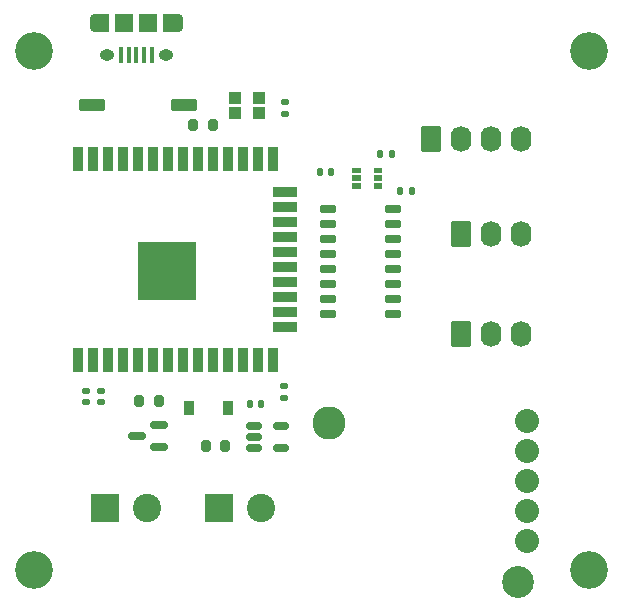
<source format=gbr>
%TF.GenerationSoftware,KiCad,Pcbnew,(6.0.0-0)*%
%TF.CreationDate,2022-12-05T10:13:43-05:00*%
%TF.ProjectId,Dome_Logics_V1,446f6d65-5f4c-46f6-9769-63735f56312e,rev?*%
%TF.SameCoordinates,Original*%
%TF.FileFunction,Soldermask,Top*%
%TF.FilePolarity,Negative*%
%FSLAX46Y46*%
G04 Gerber Fmt 4.6, Leading zero omitted, Abs format (unit mm)*
G04 Created by KiCad (PCBNEW (6.0.0-0)) date 2022-12-05 10:13:43*
%MOMM*%
%LPD*%
G01*
G04 APERTURE LIST*
G04 Aperture macros list*
%AMRoundRect*
0 Rectangle with rounded corners*
0 $1 Rounding radius*
0 $2 $3 $4 $5 $6 $7 $8 $9 X,Y pos of 4 corners*
0 Add a 4 corners polygon primitive as box body*
4,1,4,$2,$3,$4,$5,$6,$7,$8,$9,$2,$3,0*
0 Add four circle primitives for the rounded corners*
1,1,$1+$1,$2,$3*
1,1,$1+$1,$4,$5*
1,1,$1+$1,$6,$7*
1,1,$1+$1,$8,$9*
0 Add four rect primitives between the rounded corners*
20,1,$1+$1,$2,$3,$4,$5,0*
20,1,$1+$1,$4,$5,$6,$7,0*
20,1,$1+$1,$6,$7,$8,$9,0*
20,1,$1+$1,$8,$9,$2,$3,0*%
G04 Aperture macros list end*
%ADD10C,0.010000*%
%ADD11R,1.000000X1.000000*%
%ADD12RoundRect,0.250000X-0.620000X-0.845000X0.620000X-0.845000X0.620000X0.845000X-0.620000X0.845000X0*%
%ADD13O,1.740000X2.190000*%
%ADD14RoundRect,0.140000X-0.170000X0.140000X-0.170000X-0.140000X0.170000X-0.140000X0.170000X0.140000X0*%
%ADD15RoundRect,0.100000X-1.000000X-0.400000X1.000000X-0.400000X1.000000X0.400000X-1.000000X0.400000X0*%
%ADD16RoundRect,0.200000X-0.200000X-0.275000X0.200000X-0.275000X0.200000X0.275000X-0.200000X0.275000X0*%
%ADD17R,2.400000X2.400000*%
%ADD18C,2.400000*%
%ADD19RoundRect,0.140000X-0.140000X-0.170000X0.140000X-0.170000X0.140000X0.170000X-0.140000X0.170000X0*%
%ADD20C,3.200000*%
%ADD21R,0.914400X1.219200*%
%ADD22RoundRect,0.140000X0.170000X-0.140000X0.170000X0.140000X-0.170000X0.140000X-0.170000X-0.140000X0*%
%ADD23RoundRect,0.049600X-0.605400X-0.260400X0.605400X-0.260400X0.605400X0.260400X-0.605400X0.260400X0*%
%ADD24RoundRect,0.140000X0.140000X0.170000X-0.140000X0.170000X-0.140000X-0.170000X0.140000X-0.170000X0*%
%ADD25C,2.039200*%
%ADD26C,2.703200*%
%ADD27C,2.803200*%
%ADD28RoundRect,0.150000X0.587500X0.150000X-0.587500X0.150000X-0.587500X-0.150000X0.587500X-0.150000X0*%
%ADD29RoundRect,0.135000X0.185000X-0.135000X0.185000X0.135000X-0.185000X0.135000X-0.185000X-0.135000X0*%
%ADD30R,0.900000X2.000000*%
%ADD31R,2.000000X0.900000*%
%ADD32R,5.000000X5.000000*%
%ADD33R,0.400000X1.350000*%
%ADD34O,1.250000X0.950000*%
%ADD35R,1.500000X1.550000*%
%ADD36O,0.890000X1.550000*%
%ADD37R,1.200000X1.550000*%
%ADD38RoundRect,0.150000X-0.512500X-0.150000X0.512500X-0.150000X0.512500X0.150000X-0.512500X0.150000X0*%
G04 APERTURE END LIST*
D10*
%TO.C,U5*%
X116789000Y-95331800D02*
X117414000Y-95331800D01*
X117414000Y-95331800D02*
X117414000Y-95731800D01*
X117414000Y-95731800D02*
X116789000Y-95731800D01*
X116789000Y-95731800D02*
X116789000Y-95331800D01*
G36*
X117414000Y-95731800D02*
G01*
X116789000Y-95731800D01*
X116789000Y-95331800D01*
X117414000Y-95331800D01*
X117414000Y-95731800D01*
G37*
X117414000Y-95731800D02*
X116789000Y-95731800D01*
X116789000Y-95331800D01*
X117414000Y-95331800D01*
X117414000Y-95731800D01*
X114964000Y-95981800D02*
X115589000Y-95981800D01*
X115589000Y-95981800D02*
X115589000Y-96381800D01*
X115589000Y-96381800D02*
X114964000Y-96381800D01*
X114964000Y-96381800D02*
X114964000Y-95981800D01*
G36*
X115589000Y-96381800D02*
G01*
X114964000Y-96381800D01*
X114964000Y-95981800D01*
X115589000Y-95981800D01*
X115589000Y-96381800D01*
G37*
X115589000Y-96381800D02*
X114964000Y-96381800D01*
X114964000Y-95981800D01*
X115589000Y-95981800D01*
X115589000Y-96381800D01*
X114964000Y-94681800D02*
X115589000Y-94681800D01*
X115589000Y-94681800D02*
X115589000Y-95081800D01*
X115589000Y-95081800D02*
X114964000Y-95081800D01*
X114964000Y-95081800D02*
X114964000Y-94681800D01*
G36*
X115589000Y-95081800D02*
G01*
X114964000Y-95081800D01*
X114964000Y-94681800D01*
X115589000Y-94681800D01*
X115589000Y-95081800D01*
G37*
X115589000Y-95081800D02*
X114964000Y-95081800D01*
X114964000Y-94681800D01*
X115589000Y-94681800D01*
X115589000Y-95081800D01*
X116789000Y-94681800D02*
X117414000Y-94681800D01*
X117414000Y-94681800D02*
X117414000Y-95081800D01*
X117414000Y-95081800D02*
X116789000Y-95081800D01*
X116789000Y-95081800D02*
X116789000Y-94681800D01*
G36*
X117414000Y-95081800D02*
G01*
X116789000Y-95081800D01*
X116789000Y-94681800D01*
X117414000Y-94681800D01*
X117414000Y-95081800D01*
G37*
X117414000Y-95081800D02*
X116789000Y-95081800D01*
X116789000Y-94681800D01*
X117414000Y-94681800D01*
X117414000Y-95081800D01*
X114964000Y-95331800D02*
X115589000Y-95331800D01*
X115589000Y-95331800D02*
X115589000Y-95731800D01*
X115589000Y-95731800D02*
X114964000Y-95731800D01*
X114964000Y-95731800D02*
X114964000Y-95331800D01*
G36*
X115589000Y-95731800D02*
G01*
X114964000Y-95731800D01*
X114964000Y-95331800D01*
X115589000Y-95331800D01*
X115589000Y-95731800D01*
G37*
X115589000Y-95731800D02*
X114964000Y-95731800D01*
X114964000Y-95331800D01*
X115589000Y-95331800D01*
X115589000Y-95731800D01*
X116789000Y-95981800D02*
X117414000Y-95981800D01*
X117414000Y-95981800D02*
X117414000Y-96381800D01*
X117414000Y-96381800D02*
X116789000Y-96381800D01*
X116789000Y-96381800D02*
X116789000Y-95981800D01*
G36*
X117414000Y-96381800D02*
G01*
X116789000Y-96381800D01*
X116789000Y-95981800D01*
X117414000Y-95981800D01*
X117414000Y-96381800D01*
G37*
X117414000Y-96381800D02*
X116789000Y-96381800D01*
X116789000Y-95981800D01*
X117414000Y-95981800D01*
X117414000Y-96381800D01*
%TD*%
D11*
%TO.C,L1*%
X105083000Y-88747000D03*
X105083000Y-90047000D03*
X107113000Y-90047000D03*
X107113000Y-88747000D03*
%TD*%
D12*
%TO.C,J2*%
X121636000Y-92266000D03*
D13*
X124176000Y-92266000D03*
X126716000Y-92266000D03*
X129256000Y-92266000D03*
%TD*%
D14*
%TO.C,C2*%
X92426000Y-113554000D03*
X92426000Y-114514000D03*
%TD*%
D15*
%TO.C,SW1*%
X92959000Y-89351000D03*
X100759000Y-89351000D03*
%TD*%
D16*
%TO.C,R2*%
X102555000Y-118206000D03*
X104205000Y-118206000D03*
%TD*%
%TO.C,R1*%
X101511000Y-91098000D03*
X103161000Y-91098000D03*
%TD*%
D17*
%TO.C,J7*%
X94054000Y-123470000D03*
D18*
X97554000Y-123470000D03*
%TD*%
D19*
%TO.C,C4*%
X112218000Y-95036000D03*
X113178000Y-95036000D03*
%TD*%
D20*
%TO.C,REF\u002A\u002A*%
X88000000Y-84762000D03*
%TD*%
D12*
%TO.C,J12*%
X124176000Y-108774000D03*
D13*
X126716000Y-108774000D03*
X129256000Y-108774000D03*
%TD*%
D21*
%TO.C,CR1*%
X101166200Y-115014500D03*
X104442800Y-115014500D03*
%TD*%
D20*
%TO.C,REF\u002A\u002A*%
X135000000Y-84762000D03*
%TD*%
D16*
%TO.C,R3*%
X96939000Y-114436000D03*
X98589000Y-114436000D03*
%TD*%
D22*
%TO.C,C7*%
X109190000Y-114144000D03*
X109190000Y-113184000D03*
%TD*%
D20*
%TO.C,REF\u002A\u002A*%
X135000000Y-128762000D03*
%TD*%
D23*
%TO.C,U4*%
X112941000Y-98203000D03*
X112941000Y-99473000D03*
X112941000Y-100743000D03*
X112941000Y-102013000D03*
X112941000Y-103283000D03*
X112941000Y-104553000D03*
X112941000Y-105823000D03*
X112941000Y-107093000D03*
X118441000Y-107093000D03*
X118441000Y-105823000D03*
X118441000Y-104553000D03*
X118441000Y-103283000D03*
X118441000Y-102013000D03*
X118441000Y-100743000D03*
X118441000Y-99473000D03*
X118441000Y-98203000D03*
%TD*%
D19*
%TO.C,C6*%
X119048000Y-96646000D03*
X120008000Y-96646000D03*
%TD*%
D24*
%TO.C,C5*%
X107236000Y-114696000D03*
X106276000Y-114696000D03*
%TD*%
D25*
%TO.C,U6*%
X129792000Y-126264000D03*
X129792000Y-123724000D03*
X129792000Y-121184000D03*
X129792000Y-118644000D03*
X129792000Y-116104000D03*
D26*
X128962000Y-129794000D03*
D27*
X112962000Y-116294000D03*
%TD*%
D14*
%TO.C,C3*%
X93680000Y-113554000D03*
X93680000Y-114514000D03*
%TD*%
D17*
%TO.C,J5*%
X103714000Y-123470000D03*
D18*
X107214000Y-123470000D03*
%TD*%
D28*
%TO.C,U2*%
X98623500Y-118332000D03*
X98623500Y-116432000D03*
X96748500Y-117382000D03*
%TD*%
D20*
%TO.C,REF\u002A\u002A*%
X88000000Y-128762000D03*
%TD*%
D19*
%TO.C,C1*%
X117346000Y-93536000D03*
X118306000Y-93536000D03*
%TD*%
D12*
%TO.C,J3*%
X124176000Y-100306000D03*
D13*
X126716000Y-100306000D03*
X129256000Y-100306000D03*
%TD*%
D29*
%TO.C,R4*%
X109310000Y-90154000D03*
X109310000Y-89134000D03*
%TD*%
D30*
%TO.C,U1*%
X91783000Y-110932000D03*
X93053000Y-110932000D03*
X94323000Y-110932000D03*
X95593000Y-110932000D03*
X96863000Y-110932000D03*
X98133000Y-110932000D03*
X99403000Y-110932000D03*
X100673000Y-110932000D03*
X101943000Y-110932000D03*
X103213000Y-110932000D03*
X104483000Y-110932000D03*
X105753000Y-110932000D03*
X107023000Y-110932000D03*
X108293000Y-110932000D03*
D31*
X109293000Y-108147000D03*
X109293000Y-106877000D03*
X109293000Y-105607000D03*
X109293000Y-104337000D03*
X109293000Y-103067000D03*
X109293000Y-101797000D03*
X109293000Y-100527000D03*
X109293000Y-99257000D03*
X109293000Y-97987000D03*
X109293000Y-96717000D03*
D30*
X108293000Y-93932000D03*
X107023000Y-93932000D03*
X105753000Y-93932000D03*
X104483000Y-93932000D03*
X103213000Y-93932000D03*
X101943000Y-93932000D03*
X100673000Y-93932000D03*
X99403000Y-93932000D03*
X98133000Y-93932000D03*
X96863000Y-93932000D03*
X95593000Y-93932000D03*
X94323000Y-93932000D03*
X93053000Y-93932000D03*
X91783000Y-93932000D03*
D32*
X99283000Y-103432000D03*
%TD*%
D33*
%TO.C,J1*%
X97980000Y-85158000D03*
X97330000Y-85158000D03*
X96680000Y-85158000D03*
X96030000Y-85158000D03*
X95380000Y-85158000D03*
D34*
X94180000Y-85158000D03*
D35*
X97680000Y-82458000D03*
D36*
X100180000Y-82458000D03*
D35*
X95680000Y-82458000D03*
D37*
X99580000Y-82458000D03*
X93780000Y-82458000D03*
D36*
X93180000Y-82458000D03*
D34*
X99180000Y-85158000D03*
%TD*%
D38*
%TO.C,U3*%
X106688500Y-116510000D03*
X106688500Y-117460000D03*
X106688500Y-118410000D03*
X108963500Y-118410000D03*
X108963500Y-116510000D03*
%TD*%
M02*

</source>
